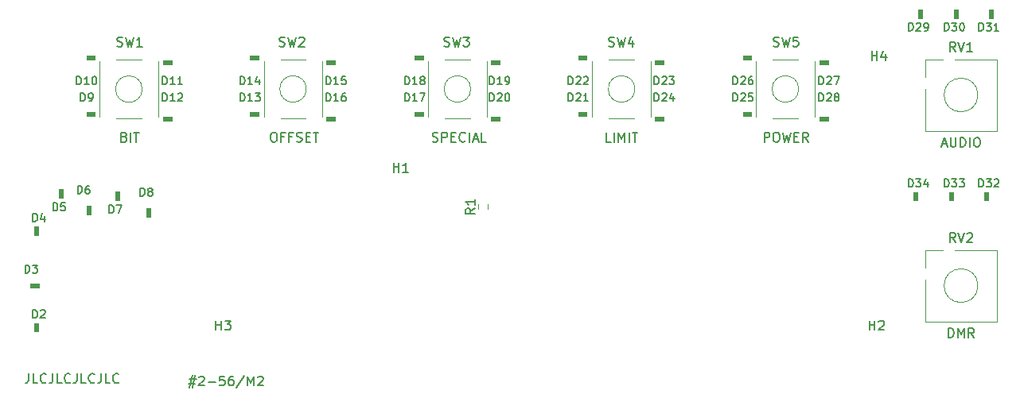
<source format=gbr>
G04 #@! TF.GenerationSoftware,KiCad,Pcbnew,(5.1.9)-1*
G04 #@! TF.CreationDate,2021-09-17T20:53:57-06:00*
G04 #@! TF.ProjectId,RWR_Control_Panel V2,5257525f-436f-46e7-9472-6f6c5f50616e,-*
G04 #@! TF.SameCoordinates,Original*
G04 #@! TF.FileFunction,Legend,Top*
G04 #@! TF.FilePolarity,Positive*
%FSLAX46Y46*%
G04 Gerber Fmt 4.6, Leading zero omitted, Abs format (unit mm)*
G04 Created by KiCad (PCBNEW (5.1.9)-1) date 2021-09-17 20:53:57*
%MOMM*%
%LPD*%
G01*
G04 APERTURE LIST*
%ADD10C,0.150000*%
%ADD11C,0.100000*%
%ADD12C,0.120000*%
G04 APERTURE END LIST*
D10*
X145057584Y-122866775D02*
X145771869Y-122866775D01*
X145343298Y-122438203D02*
X145057584Y-123723918D01*
X145676631Y-123295346D02*
X144962346Y-123295346D01*
X145390917Y-123723918D02*
X145676631Y-122438203D01*
X146057584Y-122628680D02*
X146105203Y-122581061D01*
X146200441Y-122533441D01*
X146438536Y-122533441D01*
X146533774Y-122581061D01*
X146581393Y-122628680D01*
X146629012Y-122723918D01*
X146629012Y-122819156D01*
X146581393Y-122962013D01*
X146009965Y-123533441D01*
X146629012Y-123533441D01*
X147057584Y-123152489D02*
X147819488Y-123152489D01*
X148771869Y-122533441D02*
X148295679Y-122533441D01*
X148248060Y-123009632D01*
X148295679Y-122962013D01*
X148390917Y-122914394D01*
X148629012Y-122914394D01*
X148724250Y-122962013D01*
X148771869Y-123009632D01*
X148819488Y-123104870D01*
X148819488Y-123342965D01*
X148771869Y-123438203D01*
X148724250Y-123485822D01*
X148629012Y-123533441D01*
X148390917Y-123533441D01*
X148295679Y-123485822D01*
X148248060Y-123438203D01*
X149676631Y-122533441D02*
X149486155Y-122533441D01*
X149390917Y-122581061D01*
X149343298Y-122628680D01*
X149248060Y-122771537D01*
X149200441Y-122962013D01*
X149200441Y-123342965D01*
X149248060Y-123438203D01*
X149295679Y-123485822D01*
X149390917Y-123533441D01*
X149581393Y-123533441D01*
X149676631Y-123485822D01*
X149724250Y-123438203D01*
X149771869Y-123342965D01*
X149771869Y-123104870D01*
X149724250Y-123009632D01*
X149676631Y-122962013D01*
X149581393Y-122914394D01*
X149390917Y-122914394D01*
X149295679Y-122962013D01*
X149248060Y-123009632D01*
X149200441Y-123104870D01*
X150914727Y-122485822D02*
X150057584Y-123771537D01*
X151248060Y-123533441D02*
X151248060Y-122533441D01*
X151581393Y-123247727D01*
X151914727Y-122533441D01*
X151914727Y-123533441D01*
X152343298Y-122628680D02*
X152390917Y-122581061D01*
X152486155Y-122533441D01*
X152724250Y-122533441D01*
X152819488Y-122581061D01*
X152867108Y-122628680D01*
X152914727Y-122723918D01*
X152914727Y-122819156D01*
X152867108Y-122962013D01*
X152295679Y-123533441D01*
X152914727Y-123533441D01*
X127942232Y-122263115D02*
X127942232Y-122977401D01*
X127894613Y-123120258D01*
X127799375Y-123215496D01*
X127656518Y-123263115D01*
X127561280Y-123263115D01*
X128894613Y-123263115D02*
X128418422Y-123263115D01*
X128418422Y-122263115D01*
X129799375Y-123167877D02*
X129751756Y-123215496D01*
X129608899Y-123263115D01*
X129513660Y-123263115D01*
X129370803Y-123215496D01*
X129275565Y-123120258D01*
X129227946Y-123025020D01*
X129180327Y-122834544D01*
X129180327Y-122691687D01*
X129227946Y-122501211D01*
X129275565Y-122405973D01*
X129370803Y-122310735D01*
X129513660Y-122263115D01*
X129608899Y-122263115D01*
X129751756Y-122310735D01*
X129799375Y-122358354D01*
X130513660Y-122263115D02*
X130513660Y-122977401D01*
X130466041Y-123120258D01*
X130370803Y-123215496D01*
X130227946Y-123263115D01*
X130132708Y-123263115D01*
X131466041Y-123263115D02*
X130989851Y-123263115D01*
X130989851Y-122263115D01*
X132370803Y-123167877D02*
X132323184Y-123215496D01*
X132180327Y-123263115D01*
X132085089Y-123263115D01*
X131942232Y-123215496D01*
X131846994Y-123120258D01*
X131799375Y-123025020D01*
X131751756Y-122834544D01*
X131751756Y-122691687D01*
X131799375Y-122501211D01*
X131846994Y-122405973D01*
X131942232Y-122310735D01*
X132085089Y-122263115D01*
X132180327Y-122263115D01*
X132323184Y-122310735D01*
X132370803Y-122358354D01*
X133085089Y-122263115D02*
X133085089Y-122977401D01*
X133037470Y-123120258D01*
X132942232Y-123215496D01*
X132799375Y-123263115D01*
X132704137Y-123263115D01*
X134037470Y-123263115D02*
X133561280Y-123263115D01*
X133561280Y-122263115D01*
X134942232Y-123167877D02*
X134894613Y-123215496D01*
X134751756Y-123263115D01*
X134656518Y-123263115D01*
X134513660Y-123215496D01*
X134418422Y-123120258D01*
X134370803Y-123025020D01*
X134323184Y-122834544D01*
X134323184Y-122691687D01*
X134370803Y-122501211D01*
X134418422Y-122405973D01*
X134513660Y-122310735D01*
X134656518Y-122263115D01*
X134751756Y-122263115D01*
X134894613Y-122310735D01*
X134942232Y-122358354D01*
X135656518Y-122263115D02*
X135656518Y-122977401D01*
X135608899Y-123120258D01*
X135513660Y-123215496D01*
X135370803Y-123263115D01*
X135275565Y-123263115D01*
X136608899Y-123263115D02*
X136132708Y-123263115D01*
X136132708Y-122263115D01*
X137513660Y-123167877D02*
X137466041Y-123215496D01*
X137323184Y-123263115D01*
X137227946Y-123263115D01*
X137085089Y-123215496D01*
X136989851Y-123120258D01*
X136942232Y-123025020D01*
X136894613Y-122834544D01*
X136894613Y-122691687D01*
X136942232Y-122501211D01*
X136989851Y-122405973D01*
X137085089Y-122310735D01*
X137227946Y-122263115D01*
X137323184Y-122263115D01*
X137466041Y-122310735D01*
X137513660Y-122358354D01*
D11*
G36*
X222620608Y-103894084D02*
G01*
X222120608Y-103894084D01*
X222120608Y-102894084D01*
X222620608Y-102894084D01*
X222620608Y-103894084D01*
G37*
D12*
X209885494Y-91925535D02*
G75*
G03*
X209885494Y-91925535I-1414214J0D01*
G01*
X211591280Y-94895535D02*
X211591280Y-88955535D01*
X205351280Y-94895535D02*
X205351280Y-88955535D01*
X209811280Y-95045535D02*
X207131280Y-95045535D01*
X207131280Y-88805535D02*
X209811280Y-88805535D01*
X192448395Y-91925535D02*
G75*
G03*
X192448395Y-91925535I-1414214J0D01*
G01*
X194154181Y-94895535D02*
X194154181Y-88955535D01*
X187914181Y-94895535D02*
X187914181Y-88955535D01*
X192374181Y-95045535D02*
X189694181Y-95045535D01*
X189694181Y-88805535D02*
X192374181Y-88805535D01*
X174981696Y-91923135D02*
G75*
G03*
X174981696Y-91923135I-1414214J0D01*
G01*
X170447482Y-88953135D02*
X170447482Y-94893135D01*
X176687482Y-88953135D02*
X176687482Y-94893135D01*
X172227482Y-88803135D02*
X174907482Y-88803135D01*
X174907482Y-95043135D02*
X172227482Y-95043135D01*
X157493795Y-91923135D02*
G75*
G03*
X157493795Y-91923135I-1414214J0D01*
G01*
X152959581Y-88953135D02*
X152959581Y-94893135D01*
X159199581Y-88953135D02*
X159199581Y-94893135D01*
X154739581Y-88803135D02*
X157419581Y-88803135D01*
X157419581Y-95043135D02*
X154739581Y-95043135D01*
X140018595Y-91935835D02*
G75*
G03*
X140018595Y-91935835I-1414214J0D01*
G01*
X135484381Y-88965835D02*
X135484381Y-94905835D01*
X141724381Y-88965835D02*
X141724381Y-94905835D01*
X137264381Y-88815835D02*
X139944381Y-88815835D01*
X139944381Y-95055835D02*
X137264381Y-95055835D01*
X230960881Y-109069335D02*
X230960881Y-116689335D01*
X230960881Y-116689335D02*
X223340881Y-116689335D01*
X228946932Y-112879335D02*
G75*
G03*
X228946932Y-112879335I-1796051J0D01*
G01*
X223340881Y-109069335D02*
X225245881Y-109069335D01*
X225245881Y-109069335D02*
X223340881Y-109069335D01*
X223340881Y-109069335D02*
X223340881Y-110974335D01*
X223340881Y-112244335D02*
X223340881Y-116689335D01*
X226515881Y-109069335D02*
X230960881Y-109069335D01*
X230960881Y-88749335D02*
X230960881Y-96369335D01*
X230960881Y-96369335D02*
X223340881Y-96369335D01*
X228946932Y-92559335D02*
G75*
G03*
X228946932Y-92559335I-1796051J0D01*
G01*
X223340881Y-88749335D02*
X225245881Y-88749335D01*
X225245881Y-88749335D02*
X223340881Y-88749335D01*
X223340881Y-88749335D02*
X223340881Y-90654335D01*
X223340881Y-91924335D02*
X223340881Y-96369335D01*
X226515881Y-88749335D02*
X230960881Y-88749335D01*
X176788108Y-104238303D02*
X176788108Y-104712819D01*
X175743108Y-104238303D02*
X175743108Y-104712819D01*
D11*
G36*
X226430608Y-103894084D02*
G01*
X225930608Y-103894084D01*
X225930608Y-102894084D01*
X226430608Y-102894084D01*
X226430608Y-103894084D01*
G37*
G36*
X230103630Y-103894084D02*
G01*
X229603630Y-103894084D01*
X229603630Y-102894084D01*
X230103630Y-102894084D01*
X230103630Y-103894084D01*
G37*
G36*
X230103630Y-83447084D02*
G01*
X230603630Y-83447084D01*
X230603630Y-84447084D01*
X230103630Y-84447084D01*
X230103630Y-83447084D01*
G37*
G36*
X226430608Y-83447084D02*
G01*
X226930608Y-83447084D01*
X226930608Y-84447084D01*
X226430608Y-84447084D01*
X226430608Y-83447084D01*
G37*
G36*
X222620608Y-83447084D02*
G01*
X223120608Y-83447084D01*
X223120608Y-84447084D01*
X222620608Y-84447084D01*
X222620608Y-83447084D01*
G37*
G36*
X213085630Y-94877084D02*
G01*
X213085630Y-95377084D01*
X212085630Y-95377084D01*
X212085630Y-94877084D01*
X213085630Y-94877084D01*
G37*
G36*
X213085630Y-88908084D02*
G01*
X213085630Y-89408084D01*
X212085630Y-89408084D01*
X212085630Y-88908084D01*
X213085630Y-88908084D01*
G37*
G36*
X203941630Y-88908084D02*
G01*
X203941630Y-88408084D01*
X204941630Y-88408084D01*
X204941630Y-88908084D01*
X203941630Y-88908084D01*
G37*
G36*
X203941630Y-94877084D02*
G01*
X203941630Y-94377084D01*
X204941630Y-94377084D01*
X204941630Y-94877084D01*
X203941630Y-94877084D01*
G37*
G36*
X195559630Y-94877084D02*
G01*
X195559630Y-95377084D01*
X194559630Y-95377084D01*
X194559630Y-94877084D01*
X195559630Y-94877084D01*
G37*
G36*
X195559630Y-88908084D02*
G01*
X195559630Y-89408084D01*
X194559630Y-89408084D01*
X194559630Y-88908084D01*
X195559630Y-88908084D01*
G37*
G36*
X186415630Y-88908084D02*
G01*
X186415630Y-88408084D01*
X187415630Y-88408084D01*
X187415630Y-88908084D01*
X186415630Y-88908084D01*
G37*
G36*
X186415630Y-94877084D02*
G01*
X186415630Y-94377084D01*
X187415630Y-94377084D01*
X187415630Y-94877084D01*
X186415630Y-94877084D01*
G37*
G36*
X178160630Y-94877084D02*
G01*
X178160630Y-95377084D01*
X177160630Y-95377084D01*
X177160630Y-94877084D01*
X178160630Y-94877084D01*
G37*
G36*
X178160630Y-88908084D02*
G01*
X178160630Y-89408084D01*
X177160630Y-89408084D01*
X177160630Y-88908084D01*
X178160630Y-88908084D01*
G37*
G36*
X169016630Y-88908084D02*
G01*
X169016630Y-88408084D01*
X170016630Y-88408084D01*
X170016630Y-88908084D01*
X169016630Y-88908084D01*
G37*
G36*
X169016630Y-94877084D02*
G01*
X169016630Y-94377084D01*
X170016630Y-94377084D01*
X170016630Y-94877084D01*
X169016630Y-94877084D01*
G37*
G36*
X160634630Y-94877084D02*
G01*
X160634630Y-95377084D01*
X159634630Y-95377084D01*
X159634630Y-94877084D01*
X160634630Y-94877084D01*
G37*
G36*
X160634630Y-88908084D02*
G01*
X160634630Y-89408084D01*
X159634630Y-89408084D01*
X159634630Y-88908084D01*
X160634630Y-88908084D01*
G37*
G36*
X151490630Y-88908084D02*
G01*
X151490630Y-88408084D01*
X152490630Y-88408084D01*
X152490630Y-88908084D01*
X151490630Y-88908084D01*
G37*
G36*
X151490630Y-94877084D02*
G01*
X151490630Y-94377084D01*
X152490630Y-94377084D01*
X152490630Y-94877084D01*
X151490630Y-94877084D01*
G37*
G36*
X143235630Y-94877084D02*
G01*
X143235630Y-95377084D01*
X142235630Y-95377084D01*
X142235630Y-94877084D01*
X143235630Y-94877084D01*
G37*
G36*
X143235630Y-88908084D02*
G01*
X143235630Y-89408084D01*
X142235630Y-89408084D01*
X142235630Y-88908084D01*
X143235630Y-88908084D01*
G37*
G36*
X134091630Y-88908084D02*
G01*
X134091630Y-88408084D01*
X135091630Y-88408084D01*
X135091630Y-88908084D01*
X134091630Y-88908084D01*
G37*
G36*
X134091630Y-94877084D02*
G01*
X134091630Y-94377084D01*
X135091630Y-94377084D01*
X135091630Y-94877084D01*
X134091630Y-94877084D01*
G37*
G36*
X140441630Y-104656084D02*
G01*
X140941630Y-104656084D01*
X140941630Y-105656084D01*
X140441630Y-105656084D01*
X140441630Y-104656084D01*
G37*
G36*
X137139630Y-102878084D02*
G01*
X137639630Y-102878084D01*
X137639630Y-103878084D01*
X137139630Y-103878084D01*
X137139630Y-102878084D01*
G37*
G36*
X134091630Y-104402084D02*
G01*
X134591630Y-104402084D01*
X134591630Y-105402084D01*
X134091630Y-105402084D01*
X134091630Y-104402084D01*
G37*
G36*
X131170630Y-102624084D02*
G01*
X131670630Y-102624084D01*
X131670630Y-103624084D01*
X131170630Y-103624084D01*
X131170630Y-102624084D01*
G37*
G36*
X129011630Y-107577084D02*
G01*
X128511630Y-107577084D01*
X128511630Y-106577084D01*
X129011630Y-106577084D01*
X129011630Y-107577084D01*
G37*
G36*
X128122630Y-113165084D02*
G01*
X128122630Y-112665084D01*
X129122630Y-112665084D01*
X129122630Y-113165084D01*
X128122630Y-113165084D01*
G37*
G36*
X129011630Y-117864084D02*
G01*
X128511630Y-117864084D01*
X128511630Y-116864084D01*
X129011630Y-116864084D01*
X129011630Y-117864084D01*
G37*
D10*
X221588465Y-102373607D02*
X221588465Y-101523607D01*
X221790846Y-101523607D01*
X221912274Y-101564084D01*
X221993227Y-101645036D01*
X222033703Y-101725988D01*
X222074179Y-101887893D01*
X222074179Y-102009322D01*
X222033703Y-102171226D01*
X221993227Y-102252179D01*
X221912274Y-102333131D01*
X221790846Y-102373607D01*
X221588465Y-102373607D01*
X222357512Y-101523607D02*
X222883703Y-101523607D01*
X222600369Y-101847417D01*
X222721798Y-101847417D01*
X222802750Y-101887893D01*
X222843227Y-101928369D01*
X222883703Y-102009322D01*
X222883703Y-102211703D01*
X222843227Y-102292655D01*
X222802750Y-102333131D01*
X222721798Y-102373607D01*
X222478941Y-102373607D01*
X222397988Y-102333131D01*
X222357512Y-102292655D01*
X223612274Y-101806941D02*
X223612274Y-102373607D01*
X223409893Y-101483131D02*
X223207512Y-102090274D01*
X223733703Y-102090274D01*
X207190274Y-87354322D02*
X207333131Y-87401941D01*
X207571227Y-87401941D01*
X207666465Y-87354322D01*
X207714084Y-87306703D01*
X207761703Y-87211465D01*
X207761703Y-87116227D01*
X207714084Y-87020989D01*
X207666465Y-86973370D01*
X207571227Y-86925751D01*
X207380750Y-86878132D01*
X207285512Y-86830513D01*
X207237893Y-86782894D01*
X207190274Y-86687656D01*
X207190274Y-86592418D01*
X207237893Y-86497180D01*
X207285512Y-86449561D01*
X207380750Y-86401941D01*
X207618846Y-86401941D01*
X207761703Y-86449561D01*
X208095036Y-86401941D02*
X208333131Y-87401941D01*
X208523608Y-86687656D01*
X208714084Y-87401941D01*
X208952179Y-86401941D01*
X209809322Y-86401941D02*
X209333131Y-86401941D01*
X209285512Y-86878132D01*
X209333131Y-86830513D01*
X209428369Y-86782894D01*
X209666465Y-86782894D01*
X209761703Y-86830513D01*
X209809322Y-86878132D01*
X209856941Y-86973370D01*
X209856941Y-87211465D01*
X209809322Y-87306703D01*
X209761703Y-87354322D01*
X209666465Y-87401941D01*
X209428369Y-87401941D01*
X209333131Y-87354322D01*
X209285512Y-87306703D01*
X206214084Y-97561941D02*
X206214084Y-96561941D01*
X206595036Y-96561941D01*
X206690274Y-96609561D01*
X206737893Y-96657180D01*
X206785512Y-96752418D01*
X206785512Y-96895275D01*
X206737893Y-96990513D01*
X206690274Y-97038132D01*
X206595036Y-97085751D01*
X206214084Y-97085751D01*
X207404560Y-96561941D02*
X207595036Y-96561941D01*
X207690274Y-96609561D01*
X207785512Y-96704799D01*
X207833131Y-96895275D01*
X207833131Y-97228608D01*
X207785512Y-97419084D01*
X207690274Y-97514322D01*
X207595036Y-97561941D01*
X207404560Y-97561941D01*
X207309322Y-97514322D01*
X207214084Y-97419084D01*
X207166465Y-97228608D01*
X207166465Y-96895275D01*
X207214084Y-96704799D01*
X207309322Y-96609561D01*
X207404560Y-96561941D01*
X208166465Y-96561941D02*
X208404560Y-97561941D01*
X208595036Y-96847656D01*
X208785512Y-97561941D01*
X209023608Y-96561941D01*
X209404560Y-97038132D02*
X209737893Y-97038132D01*
X209880750Y-97561941D02*
X209404560Y-97561941D01*
X209404560Y-96561941D01*
X209880750Y-96561941D01*
X210880750Y-97561941D02*
X210547417Y-97085751D01*
X210309322Y-97561941D02*
X210309322Y-96561941D01*
X210690274Y-96561941D01*
X210785512Y-96609561D01*
X210833131Y-96657180D01*
X210880750Y-96752418D01*
X210880750Y-96895275D01*
X210833131Y-96990513D01*
X210785512Y-97038132D01*
X210690274Y-97085751D01*
X210309322Y-97085751D01*
X189664274Y-87354322D02*
X189807131Y-87401941D01*
X190045227Y-87401941D01*
X190140465Y-87354322D01*
X190188084Y-87306703D01*
X190235703Y-87211465D01*
X190235703Y-87116227D01*
X190188084Y-87020989D01*
X190140465Y-86973370D01*
X190045227Y-86925751D01*
X189854750Y-86878132D01*
X189759512Y-86830513D01*
X189711893Y-86782894D01*
X189664274Y-86687656D01*
X189664274Y-86592418D01*
X189711893Y-86497180D01*
X189759512Y-86449561D01*
X189854750Y-86401941D01*
X190092846Y-86401941D01*
X190235703Y-86449561D01*
X190569036Y-86401941D02*
X190807131Y-87401941D01*
X190997608Y-86687656D01*
X191188084Y-87401941D01*
X191426179Y-86401941D01*
X192235703Y-86735275D02*
X192235703Y-87401941D01*
X191997608Y-86354322D02*
X191759512Y-87068608D01*
X192378560Y-87068608D01*
X189878560Y-97561941D02*
X189402369Y-97561941D01*
X189402369Y-96561941D01*
X190211893Y-97561941D02*
X190211893Y-96561941D01*
X190688084Y-97561941D02*
X190688084Y-96561941D01*
X191021417Y-97276227D01*
X191354750Y-96561941D01*
X191354750Y-97561941D01*
X191830941Y-97561941D02*
X191830941Y-96561941D01*
X192164274Y-96561941D02*
X192735703Y-96561941D01*
X192449988Y-97561941D02*
X192449988Y-96561941D01*
X172138274Y-87354322D02*
X172281131Y-87401941D01*
X172519227Y-87401941D01*
X172614465Y-87354322D01*
X172662084Y-87306703D01*
X172709703Y-87211465D01*
X172709703Y-87116227D01*
X172662084Y-87020989D01*
X172614465Y-86973370D01*
X172519227Y-86925751D01*
X172328750Y-86878132D01*
X172233512Y-86830513D01*
X172185893Y-86782894D01*
X172138274Y-86687656D01*
X172138274Y-86592418D01*
X172185893Y-86497180D01*
X172233512Y-86449561D01*
X172328750Y-86401941D01*
X172566846Y-86401941D01*
X172709703Y-86449561D01*
X173043036Y-86401941D02*
X173281131Y-87401941D01*
X173471608Y-86687656D01*
X173662084Y-87401941D01*
X173900179Y-86401941D01*
X174185893Y-86401941D02*
X174804941Y-86401941D01*
X174471608Y-86782894D01*
X174614465Y-86782894D01*
X174709703Y-86830513D01*
X174757322Y-86878132D01*
X174804941Y-86973370D01*
X174804941Y-87211465D01*
X174757322Y-87306703D01*
X174709703Y-87354322D01*
X174614465Y-87401941D01*
X174328750Y-87401941D01*
X174233512Y-87354322D01*
X174185893Y-87306703D01*
X170916084Y-97514322D02*
X171058941Y-97561941D01*
X171297036Y-97561941D01*
X171392274Y-97514322D01*
X171439893Y-97466703D01*
X171487512Y-97371465D01*
X171487512Y-97276227D01*
X171439893Y-97180989D01*
X171392274Y-97133370D01*
X171297036Y-97085751D01*
X171106560Y-97038132D01*
X171011322Y-96990513D01*
X170963703Y-96942894D01*
X170916084Y-96847656D01*
X170916084Y-96752418D01*
X170963703Y-96657180D01*
X171011322Y-96609561D01*
X171106560Y-96561941D01*
X171344655Y-96561941D01*
X171487512Y-96609561D01*
X171916084Y-97561941D02*
X171916084Y-96561941D01*
X172297036Y-96561941D01*
X172392274Y-96609561D01*
X172439893Y-96657180D01*
X172487512Y-96752418D01*
X172487512Y-96895275D01*
X172439893Y-96990513D01*
X172392274Y-97038132D01*
X172297036Y-97085751D01*
X171916084Y-97085751D01*
X172916084Y-97038132D02*
X173249417Y-97038132D01*
X173392274Y-97561941D02*
X172916084Y-97561941D01*
X172916084Y-96561941D01*
X173392274Y-96561941D01*
X174392274Y-97466703D02*
X174344655Y-97514322D01*
X174201798Y-97561941D01*
X174106560Y-97561941D01*
X173963703Y-97514322D01*
X173868465Y-97419084D01*
X173820846Y-97323846D01*
X173773227Y-97133370D01*
X173773227Y-96990513D01*
X173820846Y-96800037D01*
X173868465Y-96704799D01*
X173963703Y-96609561D01*
X174106560Y-96561941D01*
X174201798Y-96561941D01*
X174344655Y-96609561D01*
X174392274Y-96657180D01*
X174820846Y-97561941D02*
X174820846Y-96561941D01*
X175249417Y-97276227D02*
X175725608Y-97276227D01*
X175154179Y-97561941D02*
X175487512Y-96561941D01*
X175820846Y-97561941D01*
X176630369Y-97561941D02*
X176154179Y-97561941D01*
X176154179Y-96561941D01*
X154612274Y-87354322D02*
X154755131Y-87401941D01*
X154993227Y-87401941D01*
X155088465Y-87354322D01*
X155136084Y-87306703D01*
X155183703Y-87211465D01*
X155183703Y-87116227D01*
X155136084Y-87020989D01*
X155088465Y-86973370D01*
X154993227Y-86925751D01*
X154802750Y-86878132D01*
X154707512Y-86830513D01*
X154659893Y-86782894D01*
X154612274Y-86687656D01*
X154612274Y-86592418D01*
X154659893Y-86497180D01*
X154707512Y-86449561D01*
X154802750Y-86401941D01*
X155040846Y-86401941D01*
X155183703Y-86449561D01*
X155517036Y-86401941D02*
X155755131Y-87401941D01*
X155945608Y-86687656D01*
X156136084Y-87401941D01*
X156374179Y-86401941D01*
X156707512Y-86497180D02*
X156755131Y-86449561D01*
X156850369Y-86401941D01*
X157088465Y-86401941D01*
X157183703Y-86449561D01*
X157231322Y-86497180D01*
X157278941Y-86592418D01*
X157278941Y-86687656D01*
X157231322Y-86830513D01*
X156659893Y-87401941D01*
X157278941Y-87401941D01*
X153937703Y-96561941D02*
X154128179Y-96561941D01*
X154223417Y-96609561D01*
X154318655Y-96704799D01*
X154366274Y-96895275D01*
X154366274Y-97228608D01*
X154318655Y-97419084D01*
X154223417Y-97514322D01*
X154128179Y-97561941D01*
X153937703Y-97561941D01*
X153842465Y-97514322D01*
X153747227Y-97419084D01*
X153699608Y-97228608D01*
X153699608Y-96895275D01*
X153747227Y-96704799D01*
X153842465Y-96609561D01*
X153937703Y-96561941D01*
X155128179Y-97038132D02*
X154794846Y-97038132D01*
X154794846Y-97561941D02*
X154794846Y-96561941D01*
X155271036Y-96561941D01*
X155985322Y-97038132D02*
X155651988Y-97038132D01*
X155651988Y-97561941D02*
X155651988Y-96561941D01*
X156128179Y-96561941D01*
X156461512Y-97514322D02*
X156604369Y-97561941D01*
X156842465Y-97561941D01*
X156937703Y-97514322D01*
X156985322Y-97466703D01*
X157032941Y-97371465D01*
X157032941Y-97276227D01*
X156985322Y-97180989D01*
X156937703Y-97133370D01*
X156842465Y-97085751D01*
X156651988Y-97038132D01*
X156556750Y-96990513D01*
X156509131Y-96942894D01*
X156461512Y-96847656D01*
X156461512Y-96752418D01*
X156509131Y-96657180D01*
X156556750Y-96609561D01*
X156651988Y-96561941D01*
X156890084Y-96561941D01*
X157032941Y-96609561D01*
X157461512Y-97038132D02*
X157794846Y-97038132D01*
X157937703Y-97561941D02*
X157461512Y-97561941D01*
X157461512Y-96561941D01*
X157937703Y-96561941D01*
X158223417Y-96561941D02*
X158794846Y-96561941D01*
X158509131Y-97561941D02*
X158509131Y-96561941D01*
X137340274Y-87354322D02*
X137483131Y-87401941D01*
X137721227Y-87401941D01*
X137816465Y-87354322D01*
X137864084Y-87306703D01*
X137911703Y-87211465D01*
X137911703Y-87116227D01*
X137864084Y-87020989D01*
X137816465Y-86973370D01*
X137721227Y-86925751D01*
X137530750Y-86878132D01*
X137435512Y-86830513D01*
X137387893Y-86782894D01*
X137340274Y-86687656D01*
X137340274Y-86592418D01*
X137387893Y-86497180D01*
X137435512Y-86449561D01*
X137530750Y-86401941D01*
X137768846Y-86401941D01*
X137911703Y-86449561D01*
X138245036Y-86401941D02*
X138483131Y-87401941D01*
X138673608Y-86687656D01*
X138864084Y-87401941D01*
X139102179Y-86401941D01*
X140006941Y-87401941D02*
X139435512Y-87401941D01*
X139721227Y-87401941D02*
X139721227Y-86401941D01*
X139625988Y-86544799D01*
X139530750Y-86640037D01*
X139435512Y-86687656D01*
X138125988Y-97038132D02*
X138268846Y-97085751D01*
X138316465Y-97133370D01*
X138364084Y-97228608D01*
X138364084Y-97371465D01*
X138316465Y-97466703D01*
X138268846Y-97514322D01*
X138173608Y-97561941D01*
X137792655Y-97561941D01*
X137792655Y-96561941D01*
X138125988Y-96561941D01*
X138221227Y-96609561D01*
X138268846Y-96657180D01*
X138316465Y-96752418D01*
X138316465Y-96847656D01*
X138268846Y-96942894D01*
X138221227Y-96990513D01*
X138125988Y-97038132D01*
X137792655Y-97038132D01*
X138792655Y-97561941D02*
X138792655Y-96561941D01*
X139125988Y-96561941D02*
X139697417Y-96561941D01*
X139411703Y-97561941D02*
X139411703Y-96561941D01*
X226555642Y-108251715D02*
X226222309Y-107775525D01*
X225984214Y-108251715D02*
X225984214Y-107251715D01*
X226365166Y-107251715D01*
X226460404Y-107299335D01*
X226508023Y-107346954D01*
X226555642Y-107442192D01*
X226555642Y-107585049D01*
X226508023Y-107680287D01*
X226460404Y-107727906D01*
X226365166Y-107775525D01*
X225984214Y-107775525D01*
X226841357Y-107251715D02*
X227174690Y-108251715D01*
X227508023Y-107251715D01*
X227793738Y-107346954D02*
X227841357Y-107299335D01*
X227936595Y-107251715D01*
X228174690Y-107251715D01*
X228269928Y-107299335D01*
X228317547Y-107346954D01*
X228365166Y-107442192D01*
X228365166Y-107537430D01*
X228317547Y-107680287D01*
X227746119Y-108251715D01*
X228365166Y-108251715D01*
X225817547Y-118411715D02*
X225817547Y-117411715D01*
X226055642Y-117411715D01*
X226198500Y-117459335D01*
X226293738Y-117554573D01*
X226341357Y-117649811D01*
X226388976Y-117840287D01*
X226388976Y-117983144D01*
X226341357Y-118173620D01*
X226293738Y-118268858D01*
X226198500Y-118364096D01*
X226055642Y-118411715D01*
X225817547Y-118411715D01*
X226817547Y-118411715D02*
X226817547Y-117411715D01*
X227150881Y-118126001D01*
X227484214Y-117411715D01*
X227484214Y-118411715D01*
X228531833Y-118411715D02*
X228198500Y-117935525D01*
X227960404Y-118411715D02*
X227960404Y-117411715D01*
X228341357Y-117411715D01*
X228436595Y-117459335D01*
X228484214Y-117506954D01*
X228531833Y-117602192D01*
X228531833Y-117745049D01*
X228484214Y-117840287D01*
X228436595Y-117887906D01*
X228341357Y-117935525D01*
X227960404Y-117935525D01*
X226555642Y-87931715D02*
X226222309Y-87455525D01*
X225984214Y-87931715D02*
X225984214Y-86931715D01*
X226365166Y-86931715D01*
X226460404Y-86979335D01*
X226508023Y-87026954D01*
X226555642Y-87122192D01*
X226555642Y-87265049D01*
X226508023Y-87360287D01*
X226460404Y-87407906D01*
X226365166Y-87455525D01*
X225984214Y-87455525D01*
X226841357Y-86931715D02*
X227174690Y-87931715D01*
X227508023Y-86931715D01*
X228365166Y-87931715D02*
X227793738Y-87931715D01*
X228079452Y-87931715D02*
X228079452Y-86931715D01*
X227984214Y-87074573D01*
X227888976Y-87169811D01*
X227793738Y-87217430D01*
X225127071Y-97806001D02*
X225603261Y-97806001D01*
X225031833Y-98091715D02*
X225365166Y-97091715D01*
X225698500Y-98091715D01*
X226031833Y-97091715D02*
X226031833Y-97901239D01*
X226079452Y-97996477D01*
X226127071Y-98044096D01*
X226222309Y-98091715D01*
X226412785Y-98091715D01*
X226508023Y-98044096D01*
X226555642Y-97996477D01*
X226603261Y-97901239D01*
X226603261Y-97091715D01*
X227079452Y-98091715D02*
X227079452Y-97091715D01*
X227317547Y-97091715D01*
X227460404Y-97139335D01*
X227555642Y-97234573D01*
X227603261Y-97329811D01*
X227650881Y-97520287D01*
X227650881Y-97663144D01*
X227603261Y-97853620D01*
X227555642Y-97948858D01*
X227460404Y-98044096D01*
X227317547Y-98091715D01*
X227079452Y-98091715D01*
X228079452Y-98091715D02*
X228079452Y-97091715D01*
X228746119Y-97091715D02*
X228936595Y-97091715D01*
X229031833Y-97139335D01*
X229127071Y-97234573D01*
X229174690Y-97425049D01*
X229174690Y-97758382D01*
X229127071Y-97948858D01*
X229031833Y-98044096D01*
X228936595Y-98091715D01*
X228746119Y-98091715D01*
X228650881Y-98044096D01*
X228555642Y-97948858D01*
X228508023Y-97758382D01*
X228508023Y-97425049D01*
X228555642Y-97234573D01*
X228650881Y-97139335D01*
X228746119Y-97091715D01*
X175447988Y-104642227D02*
X174971798Y-104975561D01*
X175447988Y-105213656D02*
X174447988Y-105213656D01*
X174447988Y-104832703D01*
X174495608Y-104737465D01*
X174543227Y-104689846D01*
X174638465Y-104642227D01*
X174781322Y-104642227D01*
X174876560Y-104689846D01*
X174924179Y-104737465D01*
X174971798Y-104832703D01*
X174971798Y-105213656D01*
X175447988Y-103689846D02*
X175447988Y-104261275D01*
X175447988Y-103975561D02*
X174447988Y-103975561D01*
X174590846Y-104070799D01*
X174686084Y-104166037D01*
X174733703Y-104261275D01*
X217657726Y-88876715D02*
X217657726Y-87876715D01*
X217657726Y-88352906D02*
X218229154Y-88352906D01*
X218229154Y-88876715D02*
X218229154Y-87876715D01*
X219133916Y-88210049D02*
X219133916Y-88876715D01*
X218895821Y-87829096D02*
X218657726Y-88543382D01*
X219276773Y-88543382D01*
X147871227Y-117610464D02*
X147871227Y-116610464D01*
X147871227Y-117086655D02*
X148442655Y-117086655D01*
X148442655Y-117610464D02*
X148442655Y-116610464D01*
X148823608Y-116610464D02*
X149442655Y-116610464D01*
X149109322Y-116991417D01*
X149252179Y-116991417D01*
X149347417Y-117039036D01*
X149395036Y-117086655D01*
X149442655Y-117181893D01*
X149442655Y-117419988D01*
X149395036Y-117515226D01*
X149347417Y-117562845D01*
X149252179Y-117610464D01*
X148966465Y-117610464D01*
X148871227Y-117562845D01*
X148823608Y-117515226D01*
X217403725Y-117610464D02*
X217403725Y-116610464D01*
X217403725Y-117086655D02*
X217975153Y-117086655D01*
X217975153Y-117610464D02*
X217975153Y-116610464D01*
X218403725Y-116705703D02*
X218451344Y-116658084D01*
X218546582Y-116610464D01*
X218784677Y-116610464D01*
X218879915Y-116658084D01*
X218927534Y-116705703D01*
X218975153Y-116800941D01*
X218975153Y-116896179D01*
X218927534Y-117039036D01*
X218356106Y-117610464D01*
X218975153Y-117610464D01*
X166771227Y-100782965D02*
X166771227Y-99782965D01*
X166771227Y-100259156D02*
X167342655Y-100259156D01*
X167342655Y-100782965D02*
X167342655Y-99782965D01*
X168342655Y-100782965D02*
X167771227Y-100782965D01*
X168056941Y-100782965D02*
X168056941Y-99782965D01*
X167961703Y-99925823D01*
X167866465Y-100021061D01*
X167771227Y-100068680D01*
X225398465Y-102373607D02*
X225398465Y-101523607D01*
X225600846Y-101523607D01*
X225722274Y-101564084D01*
X225803227Y-101645036D01*
X225843703Y-101725988D01*
X225884179Y-101887893D01*
X225884179Y-102009322D01*
X225843703Y-102171226D01*
X225803227Y-102252179D01*
X225722274Y-102333131D01*
X225600846Y-102373607D01*
X225398465Y-102373607D01*
X226167512Y-101523607D02*
X226693703Y-101523607D01*
X226410369Y-101847417D01*
X226531798Y-101847417D01*
X226612750Y-101887893D01*
X226653227Y-101928369D01*
X226693703Y-102009322D01*
X226693703Y-102211703D01*
X226653227Y-102292655D01*
X226612750Y-102333131D01*
X226531798Y-102373607D01*
X226288941Y-102373607D01*
X226207988Y-102333131D01*
X226167512Y-102292655D01*
X226977036Y-101523607D02*
X227503227Y-101523607D01*
X227219893Y-101847417D01*
X227341322Y-101847417D01*
X227422274Y-101887893D01*
X227462750Y-101928369D01*
X227503227Y-102009322D01*
X227503227Y-102211703D01*
X227462750Y-102292655D01*
X227422274Y-102333131D01*
X227341322Y-102373607D01*
X227098465Y-102373607D01*
X227017512Y-102333131D01*
X226977036Y-102292655D01*
X229071487Y-102373607D02*
X229071487Y-101523607D01*
X229273868Y-101523607D01*
X229395296Y-101564084D01*
X229476249Y-101645036D01*
X229516725Y-101725988D01*
X229557201Y-101887893D01*
X229557201Y-102009322D01*
X229516725Y-102171226D01*
X229476249Y-102252179D01*
X229395296Y-102333131D01*
X229273868Y-102373607D01*
X229071487Y-102373607D01*
X229840534Y-101523607D02*
X230366725Y-101523607D01*
X230083391Y-101847417D01*
X230204820Y-101847417D01*
X230285772Y-101887893D01*
X230326249Y-101928369D01*
X230366725Y-102009322D01*
X230366725Y-102211703D01*
X230326249Y-102292655D01*
X230285772Y-102333131D01*
X230204820Y-102373607D01*
X229961963Y-102373607D01*
X229881010Y-102333131D01*
X229840534Y-102292655D01*
X230690534Y-101604560D02*
X230731010Y-101564084D01*
X230811963Y-101523607D01*
X231014344Y-101523607D01*
X231095296Y-101564084D01*
X231135772Y-101604560D01*
X231176249Y-101685512D01*
X231176249Y-101766464D01*
X231135772Y-101887893D01*
X230650058Y-102373607D01*
X231176249Y-102373607D01*
X229071487Y-85736607D02*
X229071487Y-84886607D01*
X229273868Y-84886607D01*
X229395296Y-84927084D01*
X229476249Y-85008036D01*
X229516725Y-85088988D01*
X229557201Y-85250893D01*
X229557201Y-85372322D01*
X229516725Y-85534226D01*
X229476249Y-85615179D01*
X229395296Y-85696131D01*
X229273868Y-85736607D01*
X229071487Y-85736607D01*
X229840534Y-84886607D02*
X230366725Y-84886607D01*
X230083391Y-85210417D01*
X230204820Y-85210417D01*
X230285772Y-85250893D01*
X230326249Y-85291369D01*
X230366725Y-85372322D01*
X230366725Y-85574703D01*
X230326249Y-85655655D01*
X230285772Y-85696131D01*
X230204820Y-85736607D01*
X229961963Y-85736607D01*
X229881010Y-85696131D01*
X229840534Y-85655655D01*
X231176249Y-85736607D02*
X230690534Y-85736607D01*
X230933391Y-85736607D02*
X230933391Y-84886607D01*
X230852439Y-85008036D01*
X230771487Y-85088988D01*
X230690534Y-85129464D01*
X225398465Y-85736607D02*
X225398465Y-84886607D01*
X225600846Y-84886607D01*
X225722274Y-84927084D01*
X225803227Y-85008036D01*
X225843703Y-85088988D01*
X225884179Y-85250893D01*
X225884179Y-85372322D01*
X225843703Y-85534226D01*
X225803227Y-85615179D01*
X225722274Y-85696131D01*
X225600846Y-85736607D01*
X225398465Y-85736607D01*
X226167512Y-84886607D02*
X226693703Y-84886607D01*
X226410369Y-85210417D01*
X226531798Y-85210417D01*
X226612750Y-85250893D01*
X226653227Y-85291369D01*
X226693703Y-85372322D01*
X226693703Y-85574703D01*
X226653227Y-85655655D01*
X226612750Y-85696131D01*
X226531798Y-85736607D01*
X226288941Y-85736607D01*
X226207988Y-85696131D01*
X226167512Y-85655655D01*
X227219893Y-84886607D02*
X227300846Y-84886607D01*
X227381798Y-84927084D01*
X227422274Y-84967560D01*
X227462750Y-85048512D01*
X227503227Y-85210417D01*
X227503227Y-85412798D01*
X227462750Y-85574703D01*
X227422274Y-85655655D01*
X227381798Y-85696131D01*
X227300846Y-85736607D01*
X227219893Y-85736607D01*
X227138941Y-85696131D01*
X227098465Y-85655655D01*
X227057988Y-85574703D01*
X227017512Y-85412798D01*
X227017512Y-85210417D01*
X227057988Y-85048512D01*
X227098465Y-84967560D01*
X227138941Y-84927084D01*
X227219893Y-84886607D01*
X221588465Y-85736607D02*
X221588465Y-84886607D01*
X221790846Y-84886607D01*
X221912274Y-84927084D01*
X221993227Y-85008036D01*
X222033703Y-85088988D01*
X222074179Y-85250893D01*
X222074179Y-85372322D01*
X222033703Y-85534226D01*
X221993227Y-85615179D01*
X221912274Y-85696131D01*
X221790846Y-85736607D01*
X221588465Y-85736607D01*
X222397988Y-84967560D02*
X222438465Y-84927084D01*
X222519417Y-84886607D01*
X222721798Y-84886607D01*
X222802750Y-84927084D01*
X222843227Y-84967560D01*
X222883703Y-85048512D01*
X222883703Y-85129464D01*
X222843227Y-85250893D01*
X222357512Y-85736607D01*
X222883703Y-85736607D01*
X223288465Y-85736607D02*
X223450369Y-85736607D01*
X223531322Y-85696131D01*
X223571798Y-85655655D01*
X223652750Y-85534226D01*
X223693227Y-85372322D01*
X223693227Y-85048512D01*
X223652750Y-84967560D01*
X223612274Y-84927084D01*
X223531322Y-84886607D01*
X223369417Y-84886607D01*
X223288465Y-84927084D01*
X223247988Y-84967560D01*
X223207512Y-85048512D01*
X223207512Y-85250893D01*
X223247988Y-85331845D01*
X223288465Y-85372322D01*
X223369417Y-85412798D01*
X223531322Y-85412798D01*
X223612274Y-85372322D01*
X223652750Y-85331845D01*
X223693227Y-85250893D01*
X212053487Y-93229607D02*
X212053487Y-92379607D01*
X212255868Y-92379607D01*
X212377296Y-92420084D01*
X212458249Y-92501036D01*
X212498725Y-92581988D01*
X212539201Y-92743893D01*
X212539201Y-92865322D01*
X212498725Y-93027226D01*
X212458249Y-93108179D01*
X212377296Y-93189131D01*
X212255868Y-93229607D01*
X212053487Y-93229607D01*
X212863010Y-92460560D02*
X212903487Y-92420084D01*
X212984439Y-92379607D01*
X213186820Y-92379607D01*
X213267772Y-92420084D01*
X213308249Y-92460560D01*
X213348725Y-92541512D01*
X213348725Y-92622464D01*
X213308249Y-92743893D01*
X212822534Y-93229607D01*
X213348725Y-93229607D01*
X213834439Y-92743893D02*
X213753487Y-92703417D01*
X213713010Y-92662941D01*
X213672534Y-92581988D01*
X213672534Y-92541512D01*
X213713010Y-92460560D01*
X213753487Y-92420084D01*
X213834439Y-92379607D01*
X213996344Y-92379607D01*
X214077296Y-92420084D01*
X214117772Y-92460560D01*
X214158249Y-92541512D01*
X214158249Y-92581988D01*
X214117772Y-92662941D01*
X214077296Y-92703417D01*
X213996344Y-92743893D01*
X213834439Y-92743893D01*
X213753487Y-92784369D01*
X213713010Y-92824845D01*
X213672534Y-92905798D01*
X213672534Y-93067703D01*
X213713010Y-93148655D01*
X213753487Y-93189131D01*
X213834439Y-93229607D01*
X213996344Y-93229607D01*
X214077296Y-93189131D01*
X214117772Y-93148655D01*
X214158249Y-93067703D01*
X214158249Y-92905798D01*
X214117772Y-92824845D01*
X214077296Y-92784369D01*
X213996344Y-92743893D01*
X212053487Y-91451607D02*
X212053487Y-90601607D01*
X212255868Y-90601607D01*
X212377296Y-90642084D01*
X212458249Y-90723036D01*
X212498725Y-90803988D01*
X212539201Y-90965893D01*
X212539201Y-91087322D01*
X212498725Y-91249226D01*
X212458249Y-91330179D01*
X212377296Y-91411131D01*
X212255868Y-91451607D01*
X212053487Y-91451607D01*
X212863010Y-90682560D02*
X212903487Y-90642084D01*
X212984439Y-90601607D01*
X213186820Y-90601607D01*
X213267772Y-90642084D01*
X213308249Y-90682560D01*
X213348725Y-90763512D01*
X213348725Y-90844464D01*
X213308249Y-90965893D01*
X212822534Y-91451607D01*
X213348725Y-91451607D01*
X213632058Y-90601607D02*
X214198725Y-90601607D01*
X213834439Y-91451607D01*
X202909487Y-91451607D02*
X202909487Y-90601607D01*
X203111868Y-90601607D01*
X203233296Y-90642084D01*
X203314249Y-90723036D01*
X203354725Y-90803988D01*
X203395201Y-90965893D01*
X203395201Y-91087322D01*
X203354725Y-91249226D01*
X203314249Y-91330179D01*
X203233296Y-91411131D01*
X203111868Y-91451607D01*
X202909487Y-91451607D01*
X203719010Y-90682560D02*
X203759487Y-90642084D01*
X203840439Y-90601607D01*
X204042820Y-90601607D01*
X204123772Y-90642084D01*
X204164249Y-90682560D01*
X204204725Y-90763512D01*
X204204725Y-90844464D01*
X204164249Y-90965893D01*
X203678534Y-91451607D01*
X204204725Y-91451607D01*
X204933296Y-90601607D02*
X204771391Y-90601607D01*
X204690439Y-90642084D01*
X204649963Y-90682560D01*
X204569010Y-90803988D01*
X204528534Y-90965893D01*
X204528534Y-91289703D01*
X204569010Y-91370655D01*
X204609487Y-91411131D01*
X204690439Y-91451607D01*
X204852344Y-91451607D01*
X204933296Y-91411131D01*
X204973772Y-91370655D01*
X205014249Y-91289703D01*
X205014249Y-91087322D01*
X204973772Y-91006369D01*
X204933296Y-90965893D01*
X204852344Y-90925417D01*
X204690439Y-90925417D01*
X204609487Y-90965893D01*
X204569010Y-91006369D01*
X204528534Y-91087322D01*
X202909487Y-93229607D02*
X202909487Y-92379607D01*
X203111868Y-92379607D01*
X203233296Y-92420084D01*
X203314249Y-92501036D01*
X203354725Y-92581988D01*
X203395201Y-92743893D01*
X203395201Y-92865322D01*
X203354725Y-93027226D01*
X203314249Y-93108179D01*
X203233296Y-93189131D01*
X203111868Y-93229607D01*
X202909487Y-93229607D01*
X203719010Y-92460560D02*
X203759487Y-92420084D01*
X203840439Y-92379607D01*
X204042820Y-92379607D01*
X204123772Y-92420084D01*
X204164249Y-92460560D01*
X204204725Y-92541512D01*
X204204725Y-92622464D01*
X204164249Y-92743893D01*
X203678534Y-93229607D01*
X204204725Y-93229607D01*
X204973772Y-92379607D02*
X204569010Y-92379607D01*
X204528534Y-92784369D01*
X204569010Y-92743893D01*
X204649963Y-92703417D01*
X204852344Y-92703417D01*
X204933296Y-92743893D01*
X204973772Y-92784369D01*
X205014249Y-92865322D01*
X205014249Y-93067703D01*
X204973772Y-93148655D01*
X204933296Y-93189131D01*
X204852344Y-93229607D01*
X204649963Y-93229607D01*
X204569010Y-93189131D01*
X204528534Y-93148655D01*
X194527487Y-93229607D02*
X194527487Y-92379607D01*
X194729868Y-92379607D01*
X194851296Y-92420084D01*
X194932249Y-92501036D01*
X194972725Y-92581988D01*
X195013201Y-92743893D01*
X195013201Y-92865322D01*
X194972725Y-93027226D01*
X194932249Y-93108179D01*
X194851296Y-93189131D01*
X194729868Y-93229607D01*
X194527487Y-93229607D01*
X195337010Y-92460560D02*
X195377487Y-92420084D01*
X195458439Y-92379607D01*
X195660820Y-92379607D01*
X195741772Y-92420084D01*
X195782249Y-92460560D01*
X195822725Y-92541512D01*
X195822725Y-92622464D01*
X195782249Y-92743893D01*
X195296534Y-93229607D01*
X195822725Y-93229607D01*
X196551296Y-92662941D02*
X196551296Y-93229607D01*
X196348915Y-92339131D02*
X196146534Y-92946274D01*
X196672725Y-92946274D01*
X194527487Y-91451607D02*
X194527487Y-90601607D01*
X194729868Y-90601607D01*
X194851296Y-90642084D01*
X194932249Y-90723036D01*
X194972725Y-90803988D01*
X195013201Y-90965893D01*
X195013201Y-91087322D01*
X194972725Y-91249226D01*
X194932249Y-91330179D01*
X194851296Y-91411131D01*
X194729868Y-91451607D01*
X194527487Y-91451607D01*
X195337010Y-90682560D02*
X195377487Y-90642084D01*
X195458439Y-90601607D01*
X195660820Y-90601607D01*
X195741772Y-90642084D01*
X195782249Y-90682560D01*
X195822725Y-90763512D01*
X195822725Y-90844464D01*
X195782249Y-90965893D01*
X195296534Y-91451607D01*
X195822725Y-91451607D01*
X196106058Y-90601607D02*
X196632249Y-90601607D01*
X196348915Y-90925417D01*
X196470344Y-90925417D01*
X196551296Y-90965893D01*
X196591772Y-91006369D01*
X196632249Y-91087322D01*
X196632249Y-91289703D01*
X196591772Y-91370655D01*
X196551296Y-91411131D01*
X196470344Y-91451607D01*
X196227487Y-91451607D01*
X196146534Y-91411131D01*
X196106058Y-91370655D01*
X185383487Y-91451607D02*
X185383487Y-90601607D01*
X185585868Y-90601607D01*
X185707296Y-90642084D01*
X185788249Y-90723036D01*
X185828725Y-90803988D01*
X185869201Y-90965893D01*
X185869201Y-91087322D01*
X185828725Y-91249226D01*
X185788249Y-91330179D01*
X185707296Y-91411131D01*
X185585868Y-91451607D01*
X185383487Y-91451607D01*
X186193010Y-90682560D02*
X186233487Y-90642084D01*
X186314439Y-90601607D01*
X186516820Y-90601607D01*
X186597772Y-90642084D01*
X186638249Y-90682560D01*
X186678725Y-90763512D01*
X186678725Y-90844464D01*
X186638249Y-90965893D01*
X186152534Y-91451607D01*
X186678725Y-91451607D01*
X187002534Y-90682560D02*
X187043010Y-90642084D01*
X187123963Y-90601607D01*
X187326344Y-90601607D01*
X187407296Y-90642084D01*
X187447772Y-90682560D01*
X187488249Y-90763512D01*
X187488249Y-90844464D01*
X187447772Y-90965893D01*
X186962058Y-91451607D01*
X187488249Y-91451607D01*
X185383487Y-93229607D02*
X185383487Y-92379607D01*
X185585868Y-92379607D01*
X185707296Y-92420084D01*
X185788249Y-92501036D01*
X185828725Y-92581988D01*
X185869201Y-92743893D01*
X185869201Y-92865322D01*
X185828725Y-93027226D01*
X185788249Y-93108179D01*
X185707296Y-93189131D01*
X185585868Y-93229607D01*
X185383487Y-93229607D01*
X186193010Y-92460560D02*
X186233487Y-92420084D01*
X186314439Y-92379607D01*
X186516820Y-92379607D01*
X186597772Y-92420084D01*
X186638249Y-92460560D01*
X186678725Y-92541512D01*
X186678725Y-92622464D01*
X186638249Y-92743893D01*
X186152534Y-93229607D01*
X186678725Y-93229607D01*
X187488249Y-93229607D02*
X187002534Y-93229607D01*
X187245391Y-93229607D02*
X187245391Y-92379607D01*
X187164439Y-92501036D01*
X187083487Y-92581988D01*
X187002534Y-92622464D01*
X177001487Y-93229607D02*
X177001487Y-92379607D01*
X177203868Y-92379607D01*
X177325296Y-92420084D01*
X177406249Y-92501036D01*
X177446725Y-92581988D01*
X177487201Y-92743893D01*
X177487201Y-92865322D01*
X177446725Y-93027226D01*
X177406249Y-93108179D01*
X177325296Y-93189131D01*
X177203868Y-93229607D01*
X177001487Y-93229607D01*
X177811010Y-92460560D02*
X177851487Y-92420084D01*
X177932439Y-92379607D01*
X178134820Y-92379607D01*
X178215772Y-92420084D01*
X178256249Y-92460560D01*
X178296725Y-92541512D01*
X178296725Y-92622464D01*
X178256249Y-92743893D01*
X177770534Y-93229607D01*
X178296725Y-93229607D01*
X178822915Y-92379607D02*
X178903868Y-92379607D01*
X178984820Y-92420084D01*
X179025296Y-92460560D01*
X179065772Y-92541512D01*
X179106249Y-92703417D01*
X179106249Y-92905798D01*
X179065772Y-93067703D01*
X179025296Y-93148655D01*
X178984820Y-93189131D01*
X178903868Y-93229607D01*
X178822915Y-93229607D01*
X178741963Y-93189131D01*
X178701487Y-93148655D01*
X178661010Y-93067703D01*
X178620534Y-92905798D01*
X178620534Y-92703417D01*
X178661010Y-92541512D01*
X178701487Y-92460560D01*
X178741963Y-92420084D01*
X178822915Y-92379607D01*
X177001487Y-91451607D02*
X177001487Y-90601607D01*
X177203868Y-90601607D01*
X177325296Y-90642084D01*
X177406249Y-90723036D01*
X177446725Y-90803988D01*
X177487201Y-90965893D01*
X177487201Y-91087322D01*
X177446725Y-91249226D01*
X177406249Y-91330179D01*
X177325296Y-91411131D01*
X177203868Y-91451607D01*
X177001487Y-91451607D01*
X178296725Y-91451607D02*
X177811010Y-91451607D01*
X178053868Y-91451607D02*
X178053868Y-90601607D01*
X177972915Y-90723036D01*
X177891963Y-90803988D01*
X177811010Y-90844464D01*
X178701487Y-91451607D02*
X178863391Y-91451607D01*
X178944344Y-91411131D01*
X178984820Y-91370655D01*
X179065772Y-91249226D01*
X179106249Y-91087322D01*
X179106249Y-90763512D01*
X179065772Y-90682560D01*
X179025296Y-90642084D01*
X178944344Y-90601607D01*
X178782439Y-90601607D01*
X178701487Y-90642084D01*
X178661010Y-90682560D01*
X178620534Y-90763512D01*
X178620534Y-90965893D01*
X178661010Y-91046845D01*
X178701487Y-91087322D01*
X178782439Y-91127798D01*
X178944344Y-91127798D01*
X179025296Y-91087322D01*
X179065772Y-91046845D01*
X179106249Y-90965893D01*
X167984487Y-91451607D02*
X167984487Y-90601607D01*
X168186868Y-90601607D01*
X168308296Y-90642084D01*
X168389249Y-90723036D01*
X168429725Y-90803988D01*
X168470201Y-90965893D01*
X168470201Y-91087322D01*
X168429725Y-91249226D01*
X168389249Y-91330179D01*
X168308296Y-91411131D01*
X168186868Y-91451607D01*
X167984487Y-91451607D01*
X169279725Y-91451607D02*
X168794010Y-91451607D01*
X169036868Y-91451607D02*
X169036868Y-90601607D01*
X168955915Y-90723036D01*
X168874963Y-90803988D01*
X168794010Y-90844464D01*
X169765439Y-90965893D02*
X169684487Y-90925417D01*
X169644010Y-90884941D01*
X169603534Y-90803988D01*
X169603534Y-90763512D01*
X169644010Y-90682560D01*
X169684487Y-90642084D01*
X169765439Y-90601607D01*
X169927344Y-90601607D01*
X170008296Y-90642084D01*
X170048772Y-90682560D01*
X170089249Y-90763512D01*
X170089249Y-90803988D01*
X170048772Y-90884941D01*
X170008296Y-90925417D01*
X169927344Y-90965893D01*
X169765439Y-90965893D01*
X169684487Y-91006369D01*
X169644010Y-91046845D01*
X169603534Y-91127798D01*
X169603534Y-91289703D01*
X169644010Y-91370655D01*
X169684487Y-91411131D01*
X169765439Y-91451607D01*
X169927344Y-91451607D01*
X170008296Y-91411131D01*
X170048772Y-91370655D01*
X170089249Y-91289703D01*
X170089249Y-91127798D01*
X170048772Y-91046845D01*
X170008296Y-91006369D01*
X169927344Y-90965893D01*
X167984487Y-93229607D02*
X167984487Y-92379607D01*
X168186868Y-92379607D01*
X168308296Y-92420084D01*
X168389249Y-92501036D01*
X168429725Y-92581988D01*
X168470201Y-92743893D01*
X168470201Y-92865322D01*
X168429725Y-93027226D01*
X168389249Y-93108179D01*
X168308296Y-93189131D01*
X168186868Y-93229607D01*
X167984487Y-93229607D01*
X169279725Y-93229607D02*
X168794010Y-93229607D01*
X169036868Y-93229607D02*
X169036868Y-92379607D01*
X168955915Y-92501036D01*
X168874963Y-92581988D01*
X168794010Y-92622464D01*
X169563058Y-92379607D02*
X170129725Y-92379607D01*
X169765439Y-93229607D01*
X159602487Y-93229607D02*
X159602487Y-92379607D01*
X159804868Y-92379607D01*
X159926296Y-92420084D01*
X160007249Y-92501036D01*
X160047725Y-92581988D01*
X160088201Y-92743893D01*
X160088201Y-92865322D01*
X160047725Y-93027226D01*
X160007249Y-93108179D01*
X159926296Y-93189131D01*
X159804868Y-93229607D01*
X159602487Y-93229607D01*
X160897725Y-93229607D02*
X160412010Y-93229607D01*
X160654868Y-93229607D02*
X160654868Y-92379607D01*
X160573915Y-92501036D01*
X160492963Y-92581988D01*
X160412010Y-92622464D01*
X161626296Y-92379607D02*
X161464391Y-92379607D01*
X161383439Y-92420084D01*
X161342963Y-92460560D01*
X161262010Y-92581988D01*
X161221534Y-92743893D01*
X161221534Y-93067703D01*
X161262010Y-93148655D01*
X161302487Y-93189131D01*
X161383439Y-93229607D01*
X161545344Y-93229607D01*
X161626296Y-93189131D01*
X161666772Y-93148655D01*
X161707249Y-93067703D01*
X161707249Y-92865322D01*
X161666772Y-92784369D01*
X161626296Y-92743893D01*
X161545344Y-92703417D01*
X161383439Y-92703417D01*
X161302487Y-92743893D01*
X161262010Y-92784369D01*
X161221534Y-92865322D01*
X159602487Y-91451607D02*
X159602487Y-90601607D01*
X159804868Y-90601607D01*
X159926296Y-90642084D01*
X160007249Y-90723036D01*
X160047725Y-90803988D01*
X160088201Y-90965893D01*
X160088201Y-91087322D01*
X160047725Y-91249226D01*
X160007249Y-91330179D01*
X159926296Y-91411131D01*
X159804868Y-91451607D01*
X159602487Y-91451607D01*
X160897725Y-91451607D02*
X160412010Y-91451607D01*
X160654868Y-91451607D02*
X160654868Y-90601607D01*
X160573915Y-90723036D01*
X160492963Y-90803988D01*
X160412010Y-90844464D01*
X161666772Y-90601607D02*
X161262010Y-90601607D01*
X161221534Y-91006369D01*
X161262010Y-90965893D01*
X161342963Y-90925417D01*
X161545344Y-90925417D01*
X161626296Y-90965893D01*
X161666772Y-91006369D01*
X161707249Y-91087322D01*
X161707249Y-91289703D01*
X161666772Y-91370655D01*
X161626296Y-91411131D01*
X161545344Y-91451607D01*
X161342963Y-91451607D01*
X161262010Y-91411131D01*
X161221534Y-91370655D01*
X150458487Y-91451607D02*
X150458487Y-90601607D01*
X150660868Y-90601607D01*
X150782296Y-90642084D01*
X150863249Y-90723036D01*
X150903725Y-90803988D01*
X150944201Y-90965893D01*
X150944201Y-91087322D01*
X150903725Y-91249226D01*
X150863249Y-91330179D01*
X150782296Y-91411131D01*
X150660868Y-91451607D01*
X150458487Y-91451607D01*
X151753725Y-91451607D02*
X151268010Y-91451607D01*
X151510868Y-91451607D02*
X151510868Y-90601607D01*
X151429915Y-90723036D01*
X151348963Y-90803988D01*
X151268010Y-90844464D01*
X152482296Y-90884941D02*
X152482296Y-91451607D01*
X152279915Y-90561131D02*
X152077534Y-91168274D01*
X152603725Y-91168274D01*
X150458487Y-93229607D02*
X150458487Y-92379607D01*
X150660868Y-92379607D01*
X150782296Y-92420084D01*
X150863249Y-92501036D01*
X150903725Y-92581988D01*
X150944201Y-92743893D01*
X150944201Y-92865322D01*
X150903725Y-93027226D01*
X150863249Y-93108179D01*
X150782296Y-93189131D01*
X150660868Y-93229607D01*
X150458487Y-93229607D01*
X151753725Y-93229607D02*
X151268010Y-93229607D01*
X151510868Y-93229607D02*
X151510868Y-92379607D01*
X151429915Y-92501036D01*
X151348963Y-92581988D01*
X151268010Y-92622464D01*
X152037058Y-92379607D02*
X152563249Y-92379607D01*
X152279915Y-92703417D01*
X152401344Y-92703417D01*
X152482296Y-92743893D01*
X152522772Y-92784369D01*
X152563249Y-92865322D01*
X152563249Y-93067703D01*
X152522772Y-93148655D01*
X152482296Y-93189131D01*
X152401344Y-93229607D01*
X152158487Y-93229607D01*
X152077534Y-93189131D01*
X152037058Y-93148655D01*
X142203487Y-93229607D02*
X142203487Y-92379607D01*
X142405868Y-92379607D01*
X142527296Y-92420084D01*
X142608249Y-92501036D01*
X142648725Y-92581988D01*
X142689201Y-92743893D01*
X142689201Y-92865322D01*
X142648725Y-93027226D01*
X142608249Y-93108179D01*
X142527296Y-93189131D01*
X142405868Y-93229607D01*
X142203487Y-93229607D01*
X143498725Y-93229607D02*
X143013010Y-93229607D01*
X143255868Y-93229607D02*
X143255868Y-92379607D01*
X143174915Y-92501036D01*
X143093963Y-92581988D01*
X143013010Y-92622464D01*
X143822534Y-92460560D02*
X143863010Y-92420084D01*
X143943963Y-92379607D01*
X144146344Y-92379607D01*
X144227296Y-92420084D01*
X144267772Y-92460560D01*
X144308249Y-92541512D01*
X144308249Y-92622464D01*
X144267772Y-92743893D01*
X143782058Y-93229607D01*
X144308249Y-93229607D01*
X142203487Y-91451607D02*
X142203487Y-90601607D01*
X142405868Y-90601607D01*
X142527296Y-90642084D01*
X142608249Y-90723036D01*
X142648725Y-90803988D01*
X142689201Y-90965893D01*
X142689201Y-91087322D01*
X142648725Y-91249226D01*
X142608249Y-91330179D01*
X142527296Y-91411131D01*
X142405868Y-91451607D01*
X142203487Y-91451607D01*
X143498725Y-91451607D02*
X143013010Y-91451607D01*
X143255868Y-91451607D02*
X143255868Y-90601607D01*
X143174915Y-90723036D01*
X143093963Y-90803988D01*
X143013010Y-90844464D01*
X144308249Y-91451607D02*
X143822534Y-91451607D01*
X144065391Y-91451607D02*
X144065391Y-90601607D01*
X143984439Y-90723036D01*
X143903487Y-90803988D01*
X143822534Y-90844464D01*
X133059487Y-91451607D02*
X133059487Y-90601607D01*
X133261868Y-90601607D01*
X133383296Y-90642084D01*
X133464249Y-90723036D01*
X133504725Y-90803988D01*
X133545201Y-90965893D01*
X133545201Y-91087322D01*
X133504725Y-91249226D01*
X133464249Y-91330179D01*
X133383296Y-91411131D01*
X133261868Y-91451607D01*
X133059487Y-91451607D01*
X134354725Y-91451607D02*
X133869010Y-91451607D01*
X134111868Y-91451607D02*
X134111868Y-90601607D01*
X134030915Y-90723036D01*
X133949963Y-90803988D01*
X133869010Y-90844464D01*
X134880915Y-90601607D02*
X134961868Y-90601607D01*
X135042820Y-90642084D01*
X135083296Y-90682560D01*
X135123772Y-90763512D01*
X135164249Y-90925417D01*
X135164249Y-91127798D01*
X135123772Y-91289703D01*
X135083296Y-91370655D01*
X135042820Y-91411131D01*
X134961868Y-91451607D01*
X134880915Y-91451607D01*
X134799963Y-91411131D01*
X134759487Y-91370655D01*
X134719010Y-91289703D01*
X134678534Y-91127798D01*
X134678534Y-90925417D01*
X134719010Y-90763512D01*
X134759487Y-90682560D01*
X134799963Y-90642084D01*
X134880915Y-90601607D01*
X133464249Y-93229607D02*
X133464249Y-92379607D01*
X133666630Y-92379607D01*
X133788058Y-92420084D01*
X133869010Y-92501036D01*
X133909487Y-92581988D01*
X133949963Y-92743893D01*
X133949963Y-92865322D01*
X133909487Y-93027226D01*
X133869010Y-93108179D01*
X133788058Y-93189131D01*
X133666630Y-93229607D01*
X133464249Y-93229607D01*
X134354725Y-93229607D02*
X134516630Y-93229607D01*
X134597582Y-93189131D01*
X134638058Y-93148655D01*
X134719010Y-93027226D01*
X134759487Y-92865322D01*
X134759487Y-92541512D01*
X134719010Y-92460560D01*
X134678534Y-92420084D01*
X134597582Y-92379607D01*
X134435677Y-92379607D01*
X134354725Y-92420084D01*
X134314249Y-92460560D01*
X134273772Y-92541512D01*
X134273772Y-92743893D01*
X134314249Y-92824845D01*
X134354725Y-92865322D01*
X134435677Y-92905798D01*
X134597582Y-92905798D01*
X134678534Y-92865322D01*
X134719010Y-92824845D01*
X134759487Y-92743893D01*
X139824227Y-103336084D02*
X139824227Y-102486084D01*
X140026608Y-102486084D01*
X140148036Y-102526561D01*
X140228988Y-102607513D01*
X140269465Y-102688465D01*
X140309941Y-102850370D01*
X140309941Y-102971799D01*
X140269465Y-103133703D01*
X140228988Y-103214656D01*
X140148036Y-103295608D01*
X140026608Y-103336084D01*
X139824227Y-103336084D01*
X140795655Y-102850370D02*
X140714703Y-102809894D01*
X140674227Y-102769418D01*
X140633750Y-102688465D01*
X140633750Y-102647989D01*
X140674227Y-102567037D01*
X140714703Y-102526561D01*
X140795655Y-102486084D01*
X140957560Y-102486084D01*
X141038512Y-102526561D01*
X141078988Y-102567037D01*
X141119465Y-102647989D01*
X141119465Y-102688465D01*
X141078988Y-102769418D01*
X141038512Y-102809894D01*
X140957560Y-102850370D01*
X140795655Y-102850370D01*
X140714703Y-102890846D01*
X140674227Y-102931322D01*
X140633750Y-103012275D01*
X140633750Y-103174180D01*
X140674227Y-103255132D01*
X140714703Y-103295608D01*
X140795655Y-103336084D01*
X140957560Y-103336084D01*
X141038512Y-103295608D01*
X141078988Y-103255132D01*
X141119465Y-103174180D01*
X141119465Y-103012275D01*
X141078988Y-102931322D01*
X141038512Y-102890846D01*
X140957560Y-102850370D01*
X136512249Y-105167607D02*
X136512249Y-104317607D01*
X136714630Y-104317607D01*
X136836058Y-104358084D01*
X136917010Y-104439036D01*
X136957487Y-104519988D01*
X136997963Y-104681893D01*
X136997963Y-104803322D01*
X136957487Y-104965226D01*
X136917010Y-105046179D01*
X136836058Y-105127131D01*
X136714630Y-105167607D01*
X136512249Y-105167607D01*
X137281296Y-104317607D02*
X137847963Y-104317607D01*
X137483677Y-105167607D01*
X133156727Y-103082084D02*
X133156727Y-102232084D01*
X133359108Y-102232084D01*
X133480536Y-102272561D01*
X133561488Y-102353513D01*
X133601965Y-102434465D01*
X133642441Y-102596370D01*
X133642441Y-102717799D01*
X133601965Y-102879703D01*
X133561488Y-102960656D01*
X133480536Y-103041608D01*
X133359108Y-103082084D01*
X133156727Y-103082084D01*
X134371012Y-102232084D02*
X134209108Y-102232084D01*
X134128155Y-102272561D01*
X134087679Y-102313037D01*
X134006727Y-102434465D01*
X133966250Y-102596370D01*
X133966250Y-102920180D01*
X134006727Y-103001132D01*
X134047203Y-103041608D01*
X134128155Y-103082084D01*
X134290060Y-103082084D01*
X134371012Y-103041608D01*
X134411488Y-103001132D01*
X134451965Y-102920180D01*
X134451965Y-102717799D01*
X134411488Y-102636846D01*
X134371012Y-102596370D01*
X134290060Y-102555894D01*
X134128155Y-102555894D01*
X134047203Y-102596370D01*
X134006727Y-102636846D01*
X133966250Y-102717799D01*
X130543249Y-104913607D02*
X130543249Y-104063607D01*
X130745630Y-104063607D01*
X130867058Y-104104084D01*
X130948010Y-104185036D01*
X130988487Y-104265988D01*
X131028963Y-104427893D01*
X131028963Y-104549322D01*
X130988487Y-104711226D01*
X130948010Y-104792179D01*
X130867058Y-104873131D01*
X130745630Y-104913607D01*
X130543249Y-104913607D01*
X131798010Y-104063607D02*
X131393249Y-104063607D01*
X131352772Y-104468369D01*
X131393249Y-104427893D01*
X131474201Y-104387417D01*
X131676582Y-104387417D01*
X131757534Y-104427893D01*
X131798010Y-104468369D01*
X131838487Y-104549322D01*
X131838487Y-104751703D01*
X131798010Y-104832655D01*
X131757534Y-104873131D01*
X131676582Y-104913607D01*
X131474201Y-104913607D01*
X131393249Y-104873131D01*
X131352772Y-104832655D01*
X128384249Y-106056607D02*
X128384249Y-105206607D01*
X128586630Y-105206607D01*
X128708058Y-105247084D01*
X128789010Y-105328036D01*
X128829487Y-105408988D01*
X128869963Y-105570893D01*
X128869963Y-105692322D01*
X128829487Y-105854226D01*
X128789010Y-105935179D01*
X128708058Y-106016131D01*
X128586630Y-106056607D01*
X128384249Y-106056607D01*
X129598534Y-105489941D02*
X129598534Y-106056607D01*
X129396153Y-105166131D02*
X129193772Y-105773274D01*
X129719963Y-105773274D01*
X127568727Y-111527584D02*
X127568727Y-110677584D01*
X127771108Y-110677584D01*
X127892536Y-110718061D01*
X127973488Y-110799013D01*
X128013965Y-110879965D01*
X128054441Y-111041870D01*
X128054441Y-111163299D01*
X128013965Y-111325203D01*
X127973488Y-111406156D01*
X127892536Y-111487108D01*
X127771108Y-111527584D01*
X127568727Y-111527584D01*
X128337774Y-110677584D02*
X128863965Y-110677584D01*
X128580631Y-111001394D01*
X128702060Y-111001394D01*
X128783012Y-111041870D01*
X128823488Y-111082346D01*
X128863965Y-111163299D01*
X128863965Y-111365680D01*
X128823488Y-111446632D01*
X128783012Y-111487108D01*
X128702060Y-111527584D01*
X128459203Y-111527584D01*
X128378250Y-111487108D01*
X128337774Y-111446632D01*
X128384249Y-116343607D02*
X128384249Y-115493607D01*
X128586630Y-115493607D01*
X128708058Y-115534084D01*
X128789010Y-115615036D01*
X128829487Y-115695988D01*
X128869963Y-115857893D01*
X128869963Y-115979322D01*
X128829487Y-116141226D01*
X128789010Y-116222179D01*
X128708058Y-116303131D01*
X128586630Y-116343607D01*
X128384249Y-116343607D01*
X129193772Y-115574560D02*
X129234249Y-115534084D01*
X129315201Y-115493607D01*
X129517582Y-115493607D01*
X129598534Y-115534084D01*
X129639010Y-115574560D01*
X129679487Y-115655512D01*
X129679487Y-115736464D01*
X129639010Y-115857893D01*
X129153296Y-116343607D01*
X129679487Y-116343607D01*
M02*

</source>
